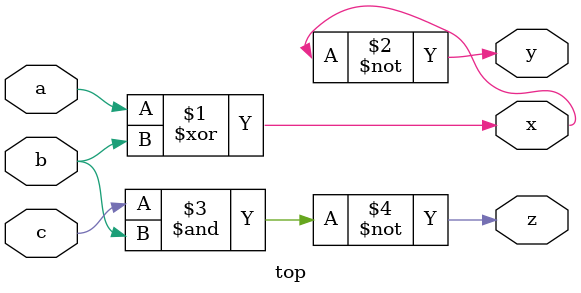
<source format=v>
module top (
    input a, b, c,
    output x, y, z
);

assign x = a ^ b;
assign y = ~x;
assign z = ~(c & b);

endmodule

</source>
